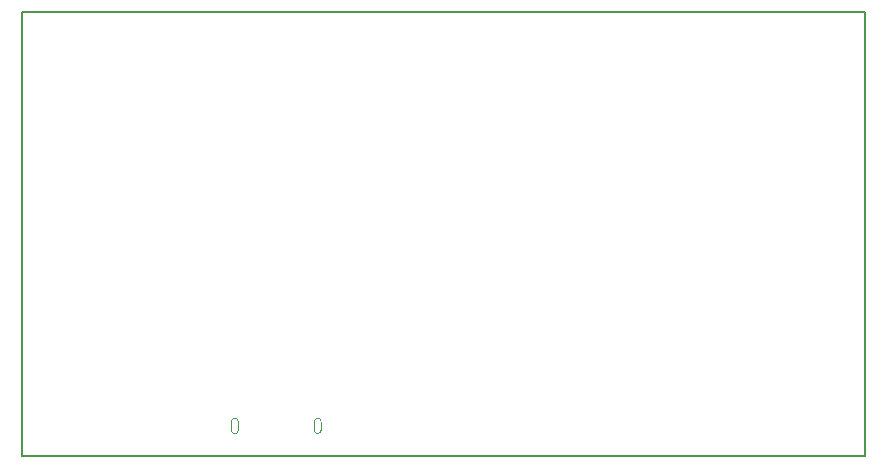
<source format=gm1>
G04 #@! TF.GenerationSoftware,KiCad,Pcbnew,(5.1.9)-1*
G04 #@! TF.CreationDate,2021-04-14T09:49:37+02:00*
G04 #@! TF.ProjectId,Copy_bachelorproef morse,436f7079-5f62-4616-9368-656c6f727072,rev?*
G04 #@! TF.SameCoordinates,Original*
G04 #@! TF.FileFunction,Profile,NP*
%FSLAX46Y46*%
G04 Gerber Fmt 4.6, Leading zero omitted, Abs format (unit mm)*
G04 Created by KiCad (PCBNEW (5.1.9)-1) date 2021-04-14 09:49:37*
%MOMM*%
%LPD*%
G01*
G04 APERTURE LIST*
G04 #@! TA.AperFunction,Profile*
%ADD10C,0.150000*%
G04 #@! TD*
G04 #@! TA.AperFunction,Profile*
%ADD11C,0.100000*%
G04 #@! TD*
G04 APERTURE END LIST*
D10*
X88900000Y-106045000D02*
X88900000Y-68453000D01*
X160274000Y-106045000D02*
X88900000Y-106045000D01*
X160274000Y-68453000D02*
X160274000Y-106045000D01*
X88900000Y-68453000D02*
X160274000Y-68453000D01*
D11*
X113626500Y-103855000D02*
X113626500Y-103155000D01*
X114226500Y-103155000D02*
X114226500Y-103855000D01*
X106626500Y-103855000D02*
X106626500Y-103155000D01*
X107226500Y-103155000D02*
X107226500Y-103855000D01*
X106626500Y-103155000D02*
G75*
G02*
X107226500Y-103155000I300000J0D01*
G01*
X107226500Y-103855000D02*
G75*
G02*
X106626500Y-103855000I-300000J0D01*
G01*
X113626500Y-103155000D02*
G75*
G02*
X114226500Y-103155000I300000J0D01*
G01*
X114226500Y-103855000D02*
G75*
G02*
X113626500Y-103855000I-300000J0D01*
G01*
M02*

</source>
